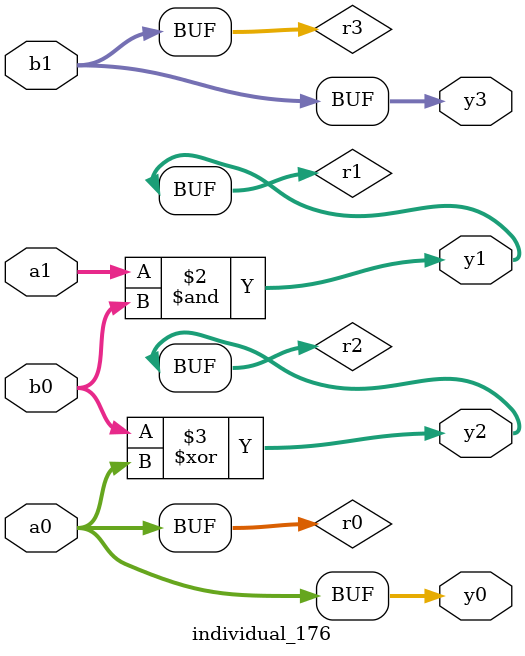
<source format=sv>
module individual_176(input logic [15:0] a1, input logic [15:0] a0, input logic [15:0] b1, input logic [15:0] b0, output logic [15:0] y3, output logic [15:0] y2, output logic [15:0] y1, output logic [15:0] y0);
logic [15:0] r0, r1, r2, r3; 
 always@(*) begin 
	 r0 = a0; r1 = a1; r2 = b0; r3 = b1; 
 	 r1  &=  r2 ;
 	 r2  ^=  r0 ;
 	 y3 = r3; y2 = r2; y1 = r1; y0 = r0; 
end
endmodule
</source>
